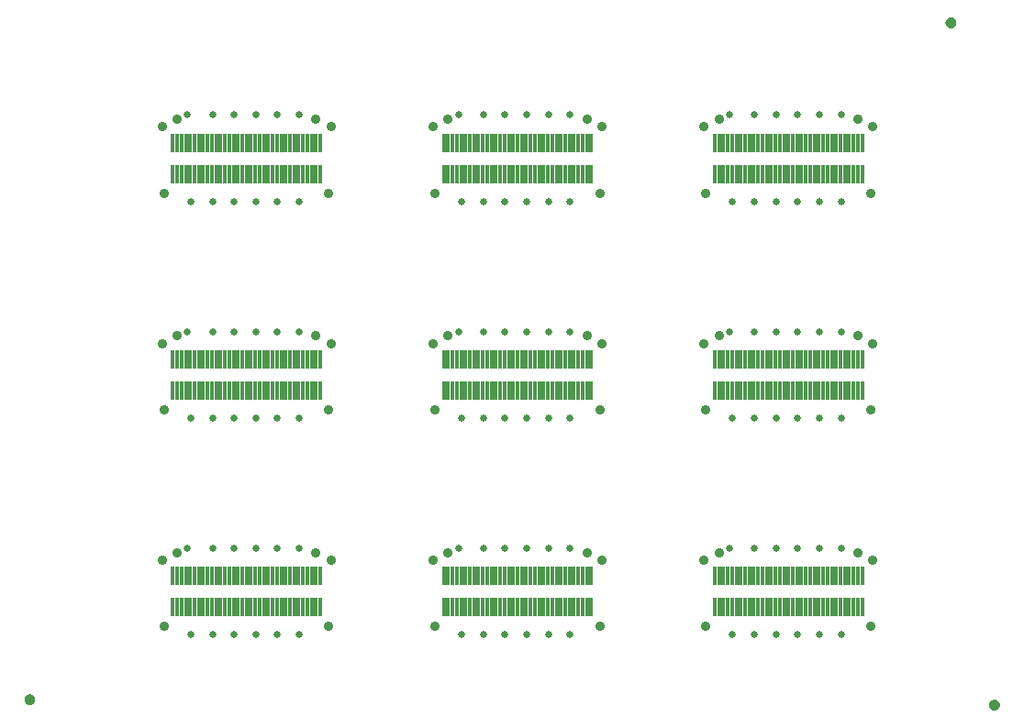
<source format=gts>
G75*
%MOIN*%
%OFA0B0*%
%FSLAX25Y25*%
%IPPOS*%
%LPD*%
%AMOC8*
5,1,8,0,0,1.08239X$1,22.5*
%
%ADD10C,0.01969*%
%ADD11C,0.03553*%
%ADD12R,0.01387X0.07057*%
%ADD13C,0.02581*%
D10*
X0073244Y0108087D02*
X0073246Y0108149D01*
X0073252Y0108212D01*
X0073262Y0108273D01*
X0073276Y0108334D01*
X0073293Y0108394D01*
X0073314Y0108453D01*
X0073340Y0108510D01*
X0073368Y0108565D01*
X0073400Y0108619D01*
X0073436Y0108670D01*
X0073474Y0108720D01*
X0073516Y0108766D01*
X0073560Y0108810D01*
X0073608Y0108851D01*
X0073657Y0108889D01*
X0073709Y0108923D01*
X0073763Y0108954D01*
X0073819Y0108982D01*
X0073877Y0109006D01*
X0073936Y0109027D01*
X0073996Y0109043D01*
X0074057Y0109056D01*
X0074119Y0109065D01*
X0074181Y0109070D01*
X0074244Y0109071D01*
X0074306Y0109068D01*
X0074368Y0109061D01*
X0074430Y0109050D01*
X0074490Y0109035D01*
X0074550Y0109017D01*
X0074608Y0108995D01*
X0074665Y0108969D01*
X0074720Y0108939D01*
X0074773Y0108906D01*
X0074824Y0108870D01*
X0074872Y0108831D01*
X0074918Y0108788D01*
X0074961Y0108743D01*
X0075001Y0108695D01*
X0075038Y0108645D01*
X0075072Y0108592D01*
X0075103Y0108538D01*
X0075129Y0108482D01*
X0075153Y0108424D01*
X0075172Y0108364D01*
X0075188Y0108304D01*
X0075200Y0108242D01*
X0075208Y0108181D01*
X0075212Y0108118D01*
X0075212Y0108056D01*
X0075208Y0107993D01*
X0075200Y0107932D01*
X0075188Y0107870D01*
X0075172Y0107810D01*
X0075153Y0107750D01*
X0075129Y0107692D01*
X0075103Y0107636D01*
X0075072Y0107582D01*
X0075038Y0107529D01*
X0075001Y0107479D01*
X0074961Y0107431D01*
X0074918Y0107386D01*
X0074872Y0107343D01*
X0074824Y0107304D01*
X0074773Y0107268D01*
X0074720Y0107235D01*
X0074665Y0107205D01*
X0074608Y0107179D01*
X0074550Y0107157D01*
X0074490Y0107139D01*
X0074430Y0107124D01*
X0074368Y0107113D01*
X0074306Y0107106D01*
X0074244Y0107103D01*
X0074181Y0107104D01*
X0074119Y0107109D01*
X0074057Y0107118D01*
X0073996Y0107131D01*
X0073936Y0107147D01*
X0073877Y0107168D01*
X0073819Y0107192D01*
X0073763Y0107220D01*
X0073709Y0107251D01*
X0073657Y0107285D01*
X0073608Y0107323D01*
X0073560Y0107364D01*
X0073516Y0107408D01*
X0073474Y0107454D01*
X0073436Y0107504D01*
X0073400Y0107555D01*
X0073368Y0107609D01*
X0073340Y0107664D01*
X0073314Y0107721D01*
X0073293Y0107780D01*
X0073276Y0107840D01*
X0073262Y0107901D01*
X0073252Y0107962D01*
X0073246Y0108025D01*
X0073244Y0108087D01*
X0407890Y0354150D02*
X0407892Y0354212D01*
X0407898Y0354275D01*
X0407908Y0354336D01*
X0407922Y0354397D01*
X0407939Y0354457D01*
X0407960Y0354516D01*
X0407986Y0354573D01*
X0408014Y0354628D01*
X0408046Y0354682D01*
X0408082Y0354733D01*
X0408120Y0354783D01*
X0408162Y0354829D01*
X0408206Y0354873D01*
X0408254Y0354914D01*
X0408303Y0354952D01*
X0408355Y0354986D01*
X0408409Y0355017D01*
X0408465Y0355045D01*
X0408523Y0355069D01*
X0408582Y0355090D01*
X0408642Y0355106D01*
X0408703Y0355119D01*
X0408765Y0355128D01*
X0408827Y0355133D01*
X0408890Y0355134D01*
X0408952Y0355131D01*
X0409014Y0355124D01*
X0409076Y0355113D01*
X0409136Y0355098D01*
X0409196Y0355080D01*
X0409254Y0355058D01*
X0409311Y0355032D01*
X0409366Y0355002D01*
X0409419Y0354969D01*
X0409470Y0354933D01*
X0409518Y0354894D01*
X0409564Y0354851D01*
X0409607Y0354806D01*
X0409647Y0354758D01*
X0409684Y0354708D01*
X0409718Y0354655D01*
X0409749Y0354601D01*
X0409775Y0354545D01*
X0409799Y0354487D01*
X0409818Y0354427D01*
X0409834Y0354367D01*
X0409846Y0354305D01*
X0409854Y0354244D01*
X0409858Y0354181D01*
X0409858Y0354119D01*
X0409854Y0354056D01*
X0409846Y0353995D01*
X0409834Y0353933D01*
X0409818Y0353873D01*
X0409799Y0353813D01*
X0409775Y0353755D01*
X0409749Y0353699D01*
X0409718Y0353645D01*
X0409684Y0353592D01*
X0409647Y0353542D01*
X0409607Y0353494D01*
X0409564Y0353449D01*
X0409518Y0353406D01*
X0409470Y0353367D01*
X0409419Y0353331D01*
X0409366Y0353298D01*
X0409311Y0353268D01*
X0409254Y0353242D01*
X0409196Y0353220D01*
X0409136Y0353202D01*
X0409076Y0353187D01*
X0409014Y0353176D01*
X0408952Y0353169D01*
X0408890Y0353166D01*
X0408827Y0353167D01*
X0408765Y0353172D01*
X0408703Y0353181D01*
X0408642Y0353194D01*
X0408582Y0353210D01*
X0408523Y0353231D01*
X0408465Y0353255D01*
X0408409Y0353283D01*
X0408355Y0353314D01*
X0408303Y0353348D01*
X0408254Y0353386D01*
X0408206Y0353427D01*
X0408162Y0353471D01*
X0408120Y0353517D01*
X0408082Y0353567D01*
X0408046Y0353618D01*
X0408014Y0353672D01*
X0407986Y0353727D01*
X0407960Y0353784D01*
X0407939Y0353843D01*
X0407922Y0353903D01*
X0407908Y0353964D01*
X0407898Y0354025D01*
X0407892Y0354088D01*
X0407890Y0354150D01*
X0423638Y0106118D02*
X0423640Y0106180D01*
X0423646Y0106243D01*
X0423656Y0106304D01*
X0423670Y0106365D01*
X0423687Y0106425D01*
X0423708Y0106484D01*
X0423734Y0106541D01*
X0423762Y0106596D01*
X0423794Y0106650D01*
X0423830Y0106701D01*
X0423868Y0106751D01*
X0423910Y0106797D01*
X0423954Y0106841D01*
X0424002Y0106882D01*
X0424051Y0106920D01*
X0424103Y0106954D01*
X0424157Y0106985D01*
X0424213Y0107013D01*
X0424271Y0107037D01*
X0424330Y0107058D01*
X0424390Y0107074D01*
X0424451Y0107087D01*
X0424513Y0107096D01*
X0424575Y0107101D01*
X0424638Y0107102D01*
X0424700Y0107099D01*
X0424762Y0107092D01*
X0424824Y0107081D01*
X0424884Y0107066D01*
X0424944Y0107048D01*
X0425002Y0107026D01*
X0425059Y0107000D01*
X0425114Y0106970D01*
X0425167Y0106937D01*
X0425218Y0106901D01*
X0425266Y0106862D01*
X0425312Y0106819D01*
X0425355Y0106774D01*
X0425395Y0106726D01*
X0425432Y0106676D01*
X0425466Y0106623D01*
X0425497Y0106569D01*
X0425523Y0106513D01*
X0425547Y0106455D01*
X0425566Y0106395D01*
X0425582Y0106335D01*
X0425594Y0106273D01*
X0425602Y0106212D01*
X0425606Y0106149D01*
X0425606Y0106087D01*
X0425602Y0106024D01*
X0425594Y0105963D01*
X0425582Y0105901D01*
X0425566Y0105841D01*
X0425547Y0105781D01*
X0425523Y0105723D01*
X0425497Y0105667D01*
X0425466Y0105613D01*
X0425432Y0105560D01*
X0425395Y0105510D01*
X0425355Y0105462D01*
X0425312Y0105417D01*
X0425266Y0105374D01*
X0425218Y0105335D01*
X0425167Y0105299D01*
X0425114Y0105266D01*
X0425059Y0105236D01*
X0425002Y0105210D01*
X0424944Y0105188D01*
X0424884Y0105170D01*
X0424824Y0105155D01*
X0424762Y0105144D01*
X0424700Y0105137D01*
X0424638Y0105134D01*
X0424575Y0105135D01*
X0424513Y0105140D01*
X0424451Y0105149D01*
X0424390Y0105162D01*
X0424330Y0105178D01*
X0424271Y0105199D01*
X0424213Y0105223D01*
X0424157Y0105251D01*
X0424103Y0105282D01*
X0424051Y0105316D01*
X0424002Y0105354D01*
X0423954Y0105395D01*
X0423910Y0105439D01*
X0423868Y0105485D01*
X0423830Y0105535D01*
X0423794Y0105586D01*
X0423762Y0105640D01*
X0423734Y0105695D01*
X0423708Y0105752D01*
X0423687Y0105811D01*
X0423670Y0105871D01*
X0423656Y0105932D01*
X0423646Y0105993D01*
X0423640Y0106056D01*
X0423638Y0106118D01*
D11*
X0379740Y0134858D03*
X0380528Y0158874D03*
X0375016Y0161630D03*
X0324622Y0161630D03*
X0319110Y0158874D03*
X0319898Y0134858D03*
X0281315Y0134858D03*
X0282102Y0158874D03*
X0276591Y0161630D03*
X0281315Y0213598D03*
X0282102Y0237614D03*
X0276591Y0240370D03*
X0319110Y0237614D03*
X0324622Y0240370D03*
X0319898Y0213598D03*
X0375016Y0240370D03*
X0380528Y0237614D03*
X0379740Y0213598D03*
X0379740Y0292339D03*
X0380528Y0316354D03*
X0375016Y0319110D03*
X0324622Y0319110D03*
X0319110Y0316354D03*
X0319898Y0292339D03*
X0281315Y0292339D03*
X0282102Y0316354D03*
X0276591Y0319110D03*
X0226197Y0319110D03*
X0220685Y0316354D03*
X0221472Y0292339D03*
X0182890Y0292339D03*
X0183677Y0316354D03*
X0178165Y0319110D03*
X0127772Y0319110D03*
X0122260Y0316354D03*
X0123047Y0292339D03*
X0127772Y0240370D03*
X0122260Y0237614D03*
X0123047Y0213598D03*
X0127772Y0161630D03*
X0122260Y0158874D03*
X0123047Y0134858D03*
X0178165Y0161630D03*
X0183677Y0158874D03*
X0182890Y0134858D03*
X0221472Y0134858D03*
X0220685Y0158874D03*
X0226197Y0161630D03*
X0221472Y0213598D03*
X0220685Y0237614D03*
X0226197Y0240370D03*
X0183677Y0237614D03*
X0178165Y0240370D03*
X0182890Y0213598D03*
D12*
X0179740Y0220606D03*
X0178165Y0220606D03*
X0176591Y0220606D03*
X0175016Y0220606D03*
X0173441Y0220606D03*
X0171866Y0220606D03*
X0170291Y0220606D03*
X0168717Y0220606D03*
X0167142Y0220606D03*
X0165567Y0220606D03*
X0163992Y0220606D03*
X0162417Y0220606D03*
X0160843Y0220606D03*
X0159268Y0220606D03*
X0157693Y0220606D03*
X0156118Y0220606D03*
X0154543Y0220606D03*
X0152969Y0220606D03*
X0151394Y0220606D03*
X0149819Y0220606D03*
X0148244Y0220606D03*
X0146669Y0220606D03*
X0145094Y0220606D03*
X0143520Y0220606D03*
X0141945Y0220606D03*
X0140370Y0220606D03*
X0138795Y0220606D03*
X0137220Y0220606D03*
X0135646Y0220606D03*
X0134071Y0220606D03*
X0132496Y0220606D03*
X0130921Y0220606D03*
X0129346Y0220606D03*
X0127772Y0220606D03*
X0126197Y0220606D03*
X0126197Y0231787D03*
X0127772Y0231787D03*
X0129346Y0231787D03*
X0130921Y0231787D03*
X0132496Y0231787D03*
X0134071Y0231787D03*
X0135646Y0231787D03*
X0137220Y0231787D03*
X0138795Y0231787D03*
X0140370Y0231787D03*
X0141945Y0231787D03*
X0143520Y0231787D03*
X0145094Y0231787D03*
X0146669Y0231787D03*
X0148244Y0231787D03*
X0149819Y0231787D03*
X0151394Y0231787D03*
X0152969Y0231787D03*
X0154543Y0231787D03*
X0156118Y0231787D03*
X0157693Y0231787D03*
X0159268Y0231787D03*
X0160843Y0231787D03*
X0162417Y0231787D03*
X0163992Y0231787D03*
X0165567Y0231787D03*
X0167142Y0231787D03*
X0168717Y0231787D03*
X0170291Y0231787D03*
X0171866Y0231787D03*
X0173441Y0231787D03*
X0175016Y0231787D03*
X0176591Y0231787D03*
X0178165Y0231787D03*
X0179740Y0231787D03*
X0224622Y0231787D03*
X0226197Y0231787D03*
X0227772Y0231787D03*
X0229346Y0231787D03*
X0230921Y0231787D03*
X0232496Y0231787D03*
X0234071Y0231787D03*
X0235646Y0231787D03*
X0237220Y0231787D03*
X0238795Y0231787D03*
X0240370Y0231787D03*
X0241945Y0231787D03*
X0243520Y0231787D03*
X0245094Y0231787D03*
X0246669Y0231787D03*
X0248244Y0231787D03*
X0249819Y0231787D03*
X0251394Y0231787D03*
X0252969Y0231787D03*
X0254543Y0231787D03*
X0256118Y0231787D03*
X0257693Y0231787D03*
X0259268Y0231787D03*
X0260843Y0231787D03*
X0262417Y0231787D03*
X0263992Y0231787D03*
X0265567Y0231787D03*
X0267142Y0231787D03*
X0268717Y0231787D03*
X0270291Y0231787D03*
X0271866Y0231787D03*
X0273441Y0231787D03*
X0275016Y0231787D03*
X0276591Y0231787D03*
X0278165Y0231787D03*
X0278165Y0220606D03*
X0276591Y0220606D03*
X0275016Y0220606D03*
X0273441Y0220606D03*
X0271866Y0220606D03*
X0270291Y0220606D03*
X0268717Y0220606D03*
X0267142Y0220606D03*
X0265567Y0220606D03*
X0263992Y0220606D03*
X0262417Y0220606D03*
X0260843Y0220606D03*
X0259268Y0220606D03*
X0257693Y0220606D03*
X0256118Y0220606D03*
X0254543Y0220606D03*
X0252969Y0220606D03*
X0251394Y0220606D03*
X0249819Y0220606D03*
X0248244Y0220606D03*
X0246669Y0220606D03*
X0245094Y0220606D03*
X0243520Y0220606D03*
X0241945Y0220606D03*
X0240370Y0220606D03*
X0238795Y0220606D03*
X0237220Y0220606D03*
X0235646Y0220606D03*
X0234071Y0220606D03*
X0232496Y0220606D03*
X0230921Y0220606D03*
X0229346Y0220606D03*
X0227772Y0220606D03*
X0226197Y0220606D03*
X0224622Y0220606D03*
X0224622Y0153047D03*
X0226197Y0153047D03*
X0227772Y0153047D03*
X0229346Y0153047D03*
X0230921Y0153047D03*
X0232496Y0153047D03*
X0234071Y0153047D03*
X0235646Y0153047D03*
X0237220Y0153047D03*
X0238795Y0153047D03*
X0240370Y0153047D03*
X0241945Y0153047D03*
X0243520Y0153047D03*
X0245094Y0153047D03*
X0246669Y0153047D03*
X0248244Y0153047D03*
X0249819Y0153047D03*
X0251394Y0153047D03*
X0252969Y0153047D03*
X0254543Y0153047D03*
X0256118Y0153047D03*
X0257693Y0153047D03*
X0259268Y0153047D03*
X0260843Y0153047D03*
X0262417Y0153047D03*
X0263992Y0153047D03*
X0265567Y0153047D03*
X0267142Y0153047D03*
X0268717Y0153047D03*
X0270291Y0153047D03*
X0271866Y0153047D03*
X0273441Y0153047D03*
X0275016Y0153047D03*
X0276591Y0153047D03*
X0278165Y0153047D03*
X0278165Y0141866D03*
X0276591Y0141866D03*
X0275016Y0141866D03*
X0273441Y0141866D03*
X0271866Y0141866D03*
X0270291Y0141866D03*
X0268717Y0141866D03*
X0267142Y0141866D03*
X0265567Y0141866D03*
X0263992Y0141866D03*
X0262417Y0141866D03*
X0260843Y0141866D03*
X0259268Y0141866D03*
X0257693Y0141866D03*
X0256118Y0141866D03*
X0254543Y0141866D03*
X0252969Y0141866D03*
X0251394Y0141866D03*
X0249819Y0141866D03*
X0248244Y0141866D03*
X0246669Y0141866D03*
X0245094Y0141866D03*
X0243520Y0141866D03*
X0241945Y0141866D03*
X0240370Y0141866D03*
X0238795Y0141866D03*
X0237220Y0141866D03*
X0235646Y0141866D03*
X0234071Y0141866D03*
X0232496Y0141866D03*
X0230921Y0141866D03*
X0229346Y0141866D03*
X0227772Y0141866D03*
X0226197Y0141866D03*
X0224622Y0141866D03*
X0179740Y0141866D03*
X0178165Y0141866D03*
X0176591Y0141866D03*
X0175016Y0141866D03*
X0173441Y0141866D03*
X0171866Y0141866D03*
X0170291Y0141866D03*
X0168717Y0141866D03*
X0167142Y0141866D03*
X0165567Y0141866D03*
X0163992Y0141866D03*
X0162417Y0141866D03*
X0160843Y0141866D03*
X0159268Y0141866D03*
X0157693Y0141866D03*
X0156118Y0141866D03*
X0154543Y0141866D03*
X0152969Y0141866D03*
X0151394Y0141866D03*
X0149819Y0141866D03*
X0148244Y0141866D03*
X0146669Y0141866D03*
X0145094Y0141866D03*
X0143520Y0141866D03*
X0141945Y0141866D03*
X0140370Y0141866D03*
X0138795Y0141866D03*
X0137220Y0141866D03*
X0135646Y0141866D03*
X0134071Y0141866D03*
X0132496Y0141866D03*
X0130921Y0141866D03*
X0129346Y0141866D03*
X0127772Y0141866D03*
X0126197Y0141866D03*
X0126197Y0153047D03*
X0127772Y0153047D03*
X0129346Y0153047D03*
X0130921Y0153047D03*
X0132496Y0153047D03*
X0134071Y0153047D03*
X0135646Y0153047D03*
X0137220Y0153047D03*
X0138795Y0153047D03*
X0140370Y0153047D03*
X0141945Y0153047D03*
X0143520Y0153047D03*
X0145094Y0153047D03*
X0146669Y0153047D03*
X0148244Y0153047D03*
X0149819Y0153047D03*
X0151394Y0153047D03*
X0152969Y0153047D03*
X0154543Y0153047D03*
X0156118Y0153047D03*
X0157693Y0153047D03*
X0159268Y0153047D03*
X0160843Y0153047D03*
X0162417Y0153047D03*
X0163992Y0153047D03*
X0165567Y0153047D03*
X0167142Y0153047D03*
X0168717Y0153047D03*
X0170291Y0153047D03*
X0171866Y0153047D03*
X0173441Y0153047D03*
X0175016Y0153047D03*
X0176591Y0153047D03*
X0178165Y0153047D03*
X0179740Y0153047D03*
X0179740Y0299346D03*
X0178165Y0299346D03*
X0176591Y0299346D03*
X0175016Y0299346D03*
X0173441Y0299346D03*
X0171866Y0299346D03*
X0170291Y0299346D03*
X0168717Y0299346D03*
X0167142Y0299346D03*
X0165567Y0299346D03*
X0163992Y0299346D03*
X0162417Y0299346D03*
X0160843Y0299346D03*
X0159268Y0299346D03*
X0157693Y0299346D03*
X0156118Y0299346D03*
X0154543Y0299346D03*
X0152969Y0299346D03*
X0151394Y0299346D03*
X0149819Y0299346D03*
X0148244Y0299346D03*
X0146669Y0299346D03*
X0145094Y0299346D03*
X0143520Y0299346D03*
X0141945Y0299346D03*
X0140370Y0299346D03*
X0138795Y0299346D03*
X0137220Y0299346D03*
X0135646Y0299346D03*
X0134071Y0299346D03*
X0132496Y0299346D03*
X0130921Y0299346D03*
X0129346Y0299346D03*
X0127772Y0299346D03*
X0126197Y0299346D03*
X0126197Y0310528D03*
X0127772Y0310528D03*
X0129346Y0310528D03*
X0130921Y0310528D03*
X0132496Y0310528D03*
X0134071Y0310528D03*
X0135646Y0310528D03*
X0137220Y0310528D03*
X0138795Y0310528D03*
X0140370Y0310528D03*
X0141945Y0310528D03*
X0143520Y0310528D03*
X0145094Y0310528D03*
X0146669Y0310528D03*
X0148244Y0310528D03*
X0149819Y0310528D03*
X0151394Y0310528D03*
X0152969Y0310528D03*
X0154543Y0310528D03*
X0156118Y0310528D03*
X0157693Y0310528D03*
X0159268Y0310528D03*
X0160843Y0310528D03*
X0162417Y0310528D03*
X0163992Y0310528D03*
X0165567Y0310528D03*
X0167142Y0310528D03*
X0168717Y0310528D03*
X0170291Y0310528D03*
X0171866Y0310528D03*
X0173441Y0310528D03*
X0175016Y0310528D03*
X0176591Y0310528D03*
X0178165Y0310528D03*
X0179740Y0310528D03*
X0224622Y0310528D03*
X0226197Y0310528D03*
X0227772Y0310528D03*
X0229346Y0310528D03*
X0230921Y0310528D03*
X0232496Y0310528D03*
X0234071Y0310528D03*
X0235646Y0310528D03*
X0237220Y0310528D03*
X0238795Y0310528D03*
X0240370Y0310528D03*
X0241945Y0310528D03*
X0243520Y0310528D03*
X0245094Y0310528D03*
X0246669Y0310528D03*
X0248244Y0310528D03*
X0249819Y0310528D03*
X0251394Y0310528D03*
X0252969Y0310528D03*
X0254543Y0310528D03*
X0256118Y0310528D03*
X0257693Y0310528D03*
X0259268Y0310528D03*
X0260843Y0310528D03*
X0262417Y0310528D03*
X0263992Y0310528D03*
X0265567Y0310528D03*
X0267142Y0310528D03*
X0268717Y0310528D03*
X0270291Y0310528D03*
X0271866Y0310528D03*
X0273441Y0310528D03*
X0275016Y0310528D03*
X0276591Y0310528D03*
X0278165Y0310528D03*
X0278165Y0299346D03*
X0276591Y0299346D03*
X0275016Y0299346D03*
X0273441Y0299346D03*
X0271866Y0299346D03*
X0270291Y0299346D03*
X0268717Y0299346D03*
X0267142Y0299346D03*
X0265567Y0299346D03*
X0263992Y0299346D03*
X0262417Y0299346D03*
X0260843Y0299346D03*
X0259268Y0299346D03*
X0257693Y0299346D03*
X0256118Y0299346D03*
X0254543Y0299346D03*
X0252969Y0299346D03*
X0251394Y0299346D03*
X0249819Y0299346D03*
X0248244Y0299346D03*
X0246669Y0299346D03*
X0245094Y0299346D03*
X0243520Y0299346D03*
X0241945Y0299346D03*
X0240370Y0299346D03*
X0238795Y0299346D03*
X0237220Y0299346D03*
X0235646Y0299346D03*
X0234071Y0299346D03*
X0232496Y0299346D03*
X0230921Y0299346D03*
X0229346Y0299346D03*
X0227772Y0299346D03*
X0226197Y0299346D03*
X0224622Y0299346D03*
X0323047Y0299346D03*
X0324622Y0299346D03*
X0326197Y0299346D03*
X0327772Y0299346D03*
X0329346Y0299346D03*
X0330921Y0299346D03*
X0332496Y0299346D03*
X0334071Y0299346D03*
X0335646Y0299346D03*
X0337220Y0299346D03*
X0338795Y0299346D03*
X0340370Y0299346D03*
X0341945Y0299346D03*
X0343520Y0299346D03*
X0345094Y0299346D03*
X0346669Y0299346D03*
X0348244Y0299346D03*
X0349819Y0299346D03*
X0351394Y0299346D03*
X0352969Y0299346D03*
X0354543Y0299346D03*
X0356118Y0299346D03*
X0357693Y0299346D03*
X0359268Y0299346D03*
X0360843Y0299346D03*
X0362417Y0299346D03*
X0363992Y0299346D03*
X0365567Y0299346D03*
X0367142Y0299346D03*
X0368717Y0299346D03*
X0370291Y0299346D03*
X0371866Y0299346D03*
X0373441Y0299346D03*
X0375016Y0299346D03*
X0376591Y0299346D03*
X0376591Y0310528D03*
X0375016Y0310528D03*
X0373441Y0310528D03*
X0371866Y0310528D03*
X0370291Y0310528D03*
X0368717Y0310528D03*
X0367142Y0310528D03*
X0365567Y0310528D03*
X0363992Y0310528D03*
X0362417Y0310528D03*
X0360843Y0310528D03*
X0359268Y0310528D03*
X0357693Y0310528D03*
X0356118Y0310528D03*
X0354543Y0310528D03*
X0352969Y0310528D03*
X0351394Y0310528D03*
X0349819Y0310528D03*
X0348244Y0310528D03*
X0346669Y0310528D03*
X0345094Y0310528D03*
X0343520Y0310528D03*
X0341945Y0310528D03*
X0340370Y0310528D03*
X0338795Y0310528D03*
X0337220Y0310528D03*
X0335646Y0310528D03*
X0334071Y0310528D03*
X0332496Y0310528D03*
X0330921Y0310528D03*
X0329346Y0310528D03*
X0327772Y0310528D03*
X0326197Y0310528D03*
X0324622Y0310528D03*
X0323047Y0310528D03*
X0323047Y0231787D03*
X0324622Y0231787D03*
X0326197Y0231787D03*
X0327772Y0231787D03*
X0329346Y0231787D03*
X0330921Y0231787D03*
X0332496Y0231787D03*
X0334071Y0231787D03*
X0335646Y0231787D03*
X0337220Y0231787D03*
X0338795Y0231787D03*
X0340370Y0231787D03*
X0341945Y0231787D03*
X0343520Y0231787D03*
X0345094Y0231787D03*
X0346669Y0231787D03*
X0348244Y0231787D03*
X0349819Y0231787D03*
X0351394Y0231787D03*
X0352969Y0231787D03*
X0354543Y0231787D03*
X0356118Y0231787D03*
X0357693Y0231787D03*
X0359268Y0231787D03*
X0360843Y0231787D03*
X0362417Y0231787D03*
X0363992Y0231787D03*
X0365567Y0231787D03*
X0367142Y0231787D03*
X0368717Y0231787D03*
X0370291Y0231787D03*
X0371866Y0231787D03*
X0373441Y0231787D03*
X0375016Y0231787D03*
X0376591Y0231787D03*
X0376591Y0220606D03*
X0375016Y0220606D03*
X0373441Y0220606D03*
X0371866Y0220606D03*
X0370291Y0220606D03*
X0368717Y0220606D03*
X0367142Y0220606D03*
X0365567Y0220606D03*
X0363992Y0220606D03*
X0362417Y0220606D03*
X0360843Y0220606D03*
X0359268Y0220606D03*
X0357693Y0220606D03*
X0356118Y0220606D03*
X0354543Y0220606D03*
X0352969Y0220606D03*
X0351394Y0220606D03*
X0349819Y0220606D03*
X0348244Y0220606D03*
X0346669Y0220606D03*
X0345094Y0220606D03*
X0343520Y0220606D03*
X0341945Y0220606D03*
X0340370Y0220606D03*
X0338795Y0220606D03*
X0337220Y0220606D03*
X0335646Y0220606D03*
X0334071Y0220606D03*
X0332496Y0220606D03*
X0330921Y0220606D03*
X0329346Y0220606D03*
X0327772Y0220606D03*
X0326197Y0220606D03*
X0324622Y0220606D03*
X0323047Y0220606D03*
X0323047Y0153047D03*
X0324622Y0153047D03*
X0326197Y0153047D03*
X0327772Y0153047D03*
X0329346Y0153047D03*
X0330921Y0153047D03*
X0332496Y0153047D03*
X0334071Y0153047D03*
X0335646Y0153047D03*
X0337220Y0153047D03*
X0338795Y0153047D03*
X0340370Y0153047D03*
X0341945Y0153047D03*
X0343520Y0153047D03*
X0345094Y0153047D03*
X0346669Y0153047D03*
X0348244Y0153047D03*
X0349819Y0153047D03*
X0351394Y0153047D03*
X0352969Y0153047D03*
X0354543Y0153047D03*
X0356118Y0153047D03*
X0357693Y0153047D03*
X0359268Y0153047D03*
X0360843Y0153047D03*
X0362417Y0153047D03*
X0363992Y0153047D03*
X0365567Y0153047D03*
X0367142Y0153047D03*
X0368717Y0153047D03*
X0370291Y0153047D03*
X0371866Y0153047D03*
X0373441Y0153047D03*
X0375016Y0153047D03*
X0376591Y0153047D03*
X0376591Y0141866D03*
X0375016Y0141866D03*
X0373441Y0141866D03*
X0371866Y0141866D03*
X0370291Y0141866D03*
X0368717Y0141866D03*
X0367142Y0141866D03*
X0365567Y0141866D03*
X0363992Y0141866D03*
X0362417Y0141866D03*
X0360843Y0141866D03*
X0359268Y0141866D03*
X0357693Y0141866D03*
X0356118Y0141866D03*
X0354543Y0141866D03*
X0352969Y0141866D03*
X0351394Y0141866D03*
X0349819Y0141866D03*
X0348244Y0141866D03*
X0346669Y0141866D03*
X0345094Y0141866D03*
X0343520Y0141866D03*
X0341945Y0141866D03*
X0340370Y0141866D03*
X0338795Y0141866D03*
X0337220Y0141866D03*
X0335646Y0141866D03*
X0334071Y0141866D03*
X0332496Y0141866D03*
X0330921Y0141866D03*
X0329346Y0141866D03*
X0327772Y0141866D03*
X0326197Y0141866D03*
X0324622Y0141866D03*
X0323047Y0141866D03*
D13*
X0329543Y0131709D03*
X0337417Y0131709D03*
X0345291Y0131709D03*
X0353165Y0131709D03*
X0361039Y0131709D03*
X0368913Y0131709D03*
X0368913Y0163205D03*
X0361039Y0163205D03*
X0353165Y0163205D03*
X0345291Y0163205D03*
X0337417Y0163205D03*
X0328362Y0163205D03*
X0329543Y0210449D03*
X0337417Y0210449D03*
X0345291Y0210449D03*
X0353165Y0210449D03*
X0361039Y0210449D03*
X0368913Y0210449D03*
X0368913Y0241945D03*
X0361039Y0241945D03*
X0353165Y0241945D03*
X0345291Y0241945D03*
X0337417Y0241945D03*
X0328362Y0241945D03*
X0329543Y0289189D03*
X0337417Y0289189D03*
X0345291Y0289189D03*
X0353165Y0289189D03*
X0361039Y0289189D03*
X0368913Y0289189D03*
X0368913Y0320685D03*
X0361039Y0320685D03*
X0353165Y0320685D03*
X0345291Y0320685D03*
X0337417Y0320685D03*
X0328362Y0320685D03*
X0270488Y0320685D03*
X0262614Y0320685D03*
X0254740Y0320685D03*
X0246866Y0320685D03*
X0238992Y0320685D03*
X0229937Y0320685D03*
X0231118Y0289189D03*
X0238992Y0289189D03*
X0246866Y0289189D03*
X0254740Y0289189D03*
X0262614Y0289189D03*
X0270488Y0289189D03*
X0270488Y0241945D03*
X0262614Y0241945D03*
X0254740Y0241945D03*
X0246866Y0241945D03*
X0238992Y0241945D03*
X0229937Y0241945D03*
X0231118Y0210449D03*
X0238992Y0210449D03*
X0246866Y0210449D03*
X0254740Y0210449D03*
X0262614Y0210449D03*
X0270488Y0210449D03*
X0270488Y0163205D03*
X0262614Y0163205D03*
X0254740Y0163205D03*
X0246866Y0163205D03*
X0238992Y0163205D03*
X0229937Y0163205D03*
X0231118Y0131709D03*
X0238992Y0131709D03*
X0246866Y0131709D03*
X0254740Y0131709D03*
X0262614Y0131709D03*
X0270488Y0131709D03*
X0172063Y0131709D03*
X0164189Y0131709D03*
X0156315Y0131709D03*
X0148441Y0131709D03*
X0140567Y0131709D03*
X0132693Y0131709D03*
X0131512Y0163205D03*
X0140567Y0163205D03*
X0148441Y0163205D03*
X0156315Y0163205D03*
X0164189Y0163205D03*
X0172063Y0163205D03*
X0172063Y0210449D03*
X0164189Y0210449D03*
X0156315Y0210449D03*
X0148441Y0210449D03*
X0140567Y0210449D03*
X0132693Y0210449D03*
X0131512Y0241945D03*
X0140567Y0241945D03*
X0148441Y0241945D03*
X0156315Y0241945D03*
X0164189Y0241945D03*
X0172063Y0241945D03*
X0172063Y0289189D03*
X0164189Y0289189D03*
X0156315Y0289189D03*
X0148441Y0289189D03*
X0140567Y0289189D03*
X0132693Y0289189D03*
X0131512Y0320685D03*
X0140567Y0320685D03*
X0148441Y0320685D03*
X0156315Y0320685D03*
X0164189Y0320685D03*
X0172063Y0320685D03*
M02*

</source>
